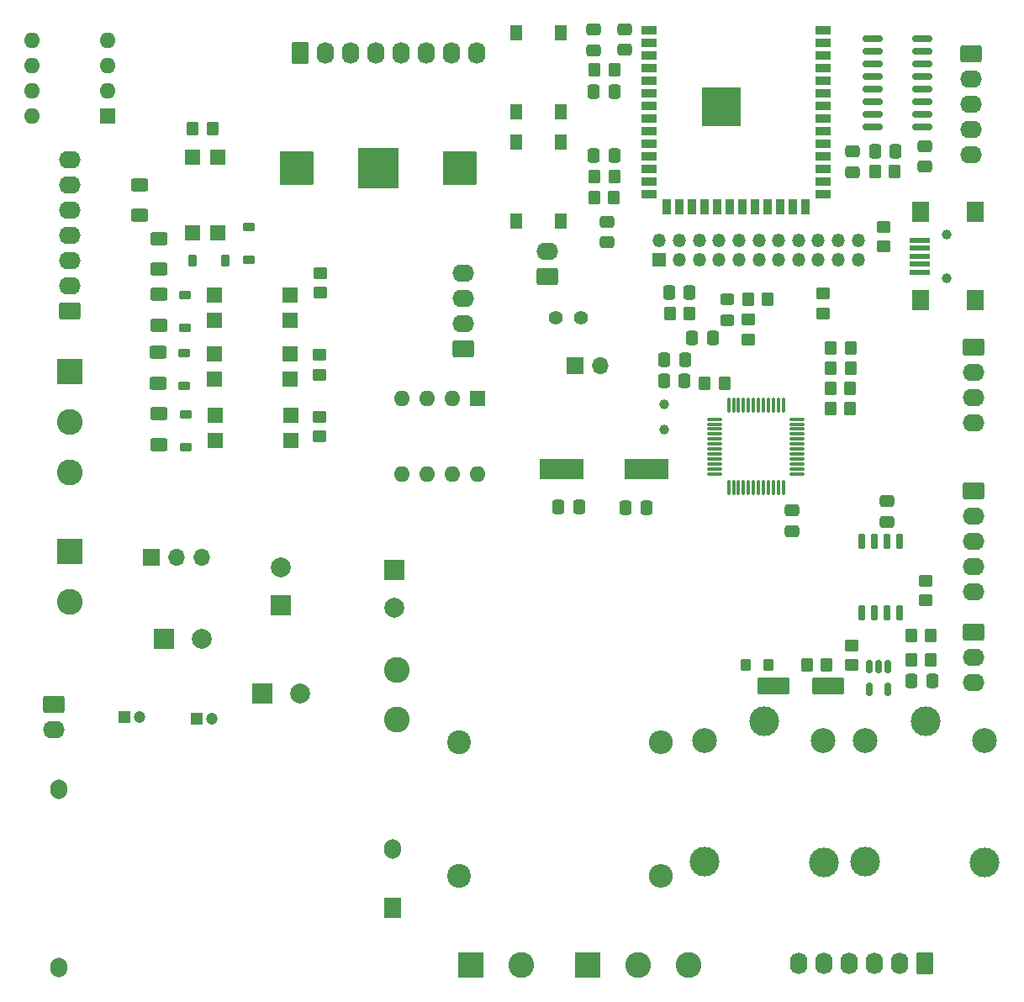
<source format=gbr>
%TF.GenerationSoftware,KiCad,Pcbnew,8.0.2-8.0.2-0~ubuntu22.04.1*%
%TF.CreationDate,2024-05-24T16:28:22+03:30*%
%TF.ProjectId,test,74657374-2e6b-4696-9361-645f70636258,rev?*%
%TF.SameCoordinates,Original*%
%TF.FileFunction,Soldermask,Top*%
%TF.FilePolarity,Negative*%
%FSLAX46Y46*%
G04 Gerber Fmt 4.6, Leading zero omitted, Abs format (unit mm)*
G04 Created by KiCad (PCBNEW 8.0.2-8.0.2-0~ubuntu22.04.1) date 2024-05-24 16:28:22*
%MOMM*%
%LPD*%
G01*
G04 APERTURE LIST*
G04 Aperture macros list*
%AMRoundRect*
0 Rectangle with rounded corners*
0 $1 Rounding radius*
0 $2 $3 $4 $5 $6 $7 $8 $9 X,Y pos of 4 corners*
0 Add a 4 corners polygon primitive as box body*
4,1,4,$2,$3,$4,$5,$6,$7,$8,$9,$2,$3,0*
0 Add four circle primitives for the rounded corners*
1,1,$1+$1,$2,$3*
1,1,$1+$1,$4,$5*
1,1,$1+$1,$6,$7*
1,1,$1+$1,$8,$9*
0 Add four rect primitives between the rounded corners*
20,1,$1+$1,$2,$3,$4,$5,0*
20,1,$1+$1,$4,$5,$6,$7,0*
20,1,$1+$1,$6,$7,$8,$9,0*
20,1,$1+$1,$8,$9,$2,$3,0*%
G04 Aperture macros list end*
%ADD10RoundRect,0.150000X0.150000X-0.650000X0.150000X0.650000X-0.150000X0.650000X-0.150000X-0.650000X0*%
%ADD11C,3.000000*%
%ADD12C,2.500000*%
%ADD13RoundRect,0.250000X0.337500X0.475000X-0.337500X0.475000X-0.337500X-0.475000X0.337500X-0.475000X0*%
%ADD14RoundRect,0.250000X0.350000X0.450000X-0.350000X0.450000X-0.350000X-0.450000X0.350000X-0.450000X0*%
%ADD15RoundRect,0.250000X-0.275000X-0.350000X0.275000X-0.350000X0.275000X0.350000X-0.275000X0.350000X0*%
%ADD16C,2.000000*%
%ADD17R,2.000000X2.000000*%
%ADD18RoundRect,0.250000X0.845000X-0.620000X0.845000X0.620000X-0.845000X0.620000X-0.845000X-0.620000X0*%
%ADD19O,2.190000X1.740000*%
%ADD20RoundRect,0.250000X0.450000X-0.350000X0.450000X0.350000X-0.450000X0.350000X-0.450000X-0.350000X0*%
%ADD21R,1.700000X2.000000*%
%ADD22O,1.700000X2.000000*%
%ADD23RoundRect,0.102000X-1.950000X-1.950000X1.950000X-1.950000X1.950000X1.950000X-1.950000X1.950000X0*%
%ADD24RoundRect,0.102000X-1.600000X-1.600000X1.600000X-1.600000X1.600000X1.600000X-1.600000X1.600000X0*%
%ADD25RoundRect,0.250000X0.620000X0.845000X-0.620000X0.845000X-0.620000X-0.845000X0.620000X-0.845000X0*%
%ADD26O,1.740000X2.190000*%
%ADD27RoundRect,0.250000X-0.845000X0.620000X-0.845000X-0.620000X0.845000X-0.620000X0.845000X0.620000X0*%
%ADD28R,1.300000X1.550000*%
%ADD29RoundRect,0.250000X-0.450000X0.350000X-0.450000X-0.350000X0.450000X-0.350000X0.450000X0.350000X0*%
%ADD30RoundRect,0.250000X-0.475000X0.337500X-0.475000X-0.337500X0.475000X-0.337500X0.475000X0.337500X0*%
%ADD31RoundRect,0.250000X-0.350000X-0.450000X0.350000X-0.450000X0.350000X0.450000X-0.350000X0.450000X0*%
%ADD32R,4.500000X2.000000*%
%ADD33R,1.600000X1.600000*%
%ADD34C,1.400000*%
%ADD35RoundRect,0.250000X0.475000X-0.337500X0.475000X0.337500X-0.475000X0.337500X-0.475000X-0.337500X0*%
%ADD36C,2.600000*%
%ADD37R,2.600000X2.600000*%
%ADD38RoundRect,0.225000X-0.375000X0.225000X-0.375000X-0.225000X0.375000X-0.225000X0.375000X0.225000X0*%
%ADD39C,2.400000*%
%ADD40O,2.400000X2.400000*%
%ADD41C,1.000000*%
%ADD42R,2.000000X0.500000*%
%ADD43RoundRect,0.150000X0.825000X0.150000X-0.825000X0.150000X-0.825000X-0.150000X0.825000X-0.150000X0*%
%ADD44RoundRect,0.250000X0.625000X-0.400000X0.625000X0.400000X-0.625000X0.400000X-0.625000X-0.400000X0*%
%ADD45RoundRect,0.250000X1.400000X0.600000X-1.400000X0.600000X-1.400000X-0.600000X1.400000X-0.600000X0*%
%ADD46RoundRect,0.225000X-0.225000X-0.375000X0.225000X-0.375000X0.225000X0.375000X-0.225000X0.375000X0*%
%ADD47RoundRect,0.250000X-0.337500X-0.475000X0.337500X-0.475000X0.337500X0.475000X-0.337500X0.475000X0*%
%ADD48R,1.200000X1.200000*%
%ADD49C,1.200000*%
%ADD50RoundRect,0.250000X-0.450000X0.325000X-0.450000X-0.325000X0.450000X-0.325000X0.450000X0.325000X0*%
%ADD51O,1.600000X1.600000*%
%ADD52RoundRect,0.250000X-0.625000X0.400000X-0.625000X-0.400000X0.625000X-0.400000X0.625000X0.400000X0*%
%ADD53R,1.700000X1.700000*%
%ADD54O,1.700000X1.700000*%
%ADD55R,1.500000X0.900000*%
%ADD56R,0.900000X1.500000*%
%ADD57C,0.600000*%
%ADD58R,3.900000X3.900000*%
%ADD59RoundRect,0.075000X-0.662500X-0.075000X0.662500X-0.075000X0.662500X0.075000X-0.662500X0.075000X0*%
%ADD60RoundRect,0.075000X-0.075000X-0.662500X0.075000X-0.662500X0.075000X0.662500X-0.075000X0.662500X0*%
%ADD61RoundRect,0.150000X-0.150000X0.512500X-0.150000X-0.512500X0.150000X-0.512500X0.150000X0.512500X0*%
%ADD62RoundRect,0.250000X-0.620000X-0.845000X0.620000X-0.845000X0.620000X0.845000X-0.620000X0.845000X0*%
%ADD63R,1.350000X1.350000*%
%ADD64O,1.350000X1.350000*%
G04 APERTURE END LIST*
D10*
%TO.C,flash1*%
X84995000Y-59740000D03*
X86265000Y-59740000D03*
X87535000Y-59740000D03*
X88805000Y-59740000D03*
X88805000Y-52540000D03*
X87535000Y-52540000D03*
X86265000Y-52540000D03*
X84995000Y-52540000D03*
%TD*%
D11*
%TO.C,relay2*%
X75210000Y-70640000D03*
D12*
X69160000Y-72590000D03*
D11*
X69160000Y-84790000D03*
X81210000Y-84840000D03*
D12*
X81160000Y-72590000D03*
%TD*%
D13*
%TO.C,clse2*%
X67187500Y-36340000D03*
X65112500Y-36340000D03*
%TD*%
D14*
%TO.C,rms2*%
X83900000Y-33100000D03*
X81900000Y-33100000D03*
%TD*%
D15*
%TO.C,L1*%
X73350000Y-65000000D03*
X75650000Y-65000000D03*
%TD*%
D16*
%TO.C,crs2*%
X18530000Y-62380000D03*
D17*
X14730000Y-62380000D03*
%TD*%
D18*
%TO.C,usb1*%
X53360000Y-25840000D03*
D19*
X53360000Y-23300000D03*
%TD*%
D20*
%TO.C,r8*%
X30500000Y-27500000D03*
X30500000Y-25500000D03*
%TD*%
D21*
%TO.C,PS1*%
X37757500Y-89487500D03*
D22*
X37757500Y-83487500D03*
X4157500Y-95487500D03*
X4157500Y-77487500D03*
%TD*%
D23*
%TO.C,BAT1*%
X36340000Y-14970000D03*
D24*
X44540000Y-14970000D03*
X28140000Y-14970000D03*
%TD*%
D25*
%TO.C,Relay Out*%
X91400000Y-95000000D03*
D26*
X88860000Y-95000000D03*
X86320000Y-95000000D03*
X83780000Y-95000000D03*
X81240000Y-95000000D03*
X78700000Y-95000000D03*
%TD*%
D18*
%TO.C,DIN*%
X5250000Y-29340000D03*
D19*
X5250000Y-26800000D03*
X5250000Y-24260000D03*
X5250000Y-21720000D03*
X5250000Y-19180000D03*
X5250000Y-16640000D03*
X5250000Y-14100000D03*
%TD*%
D17*
%TO.C,crs1*%
X24670000Y-67850000D03*
D16*
X28470000Y-67850000D03*
%TD*%
D14*
%TO.C,rres1*%
X67690000Y-29590000D03*
X65690000Y-29590000D03*
%TD*%
D27*
%TO.C,eprg1*%
X96000000Y-3420000D03*
D19*
X96000000Y-5960000D03*
X96000000Y-8500000D03*
X96000000Y-11040000D03*
X96000000Y-13580000D03*
%TD*%
D28*
%TO.C,SWB1*%
X50250000Y-20295000D03*
X50250000Y-12345000D03*
X54750000Y-20295000D03*
X54750000Y-12345000D03*
%TD*%
D14*
%TO.C,ra1*%
X92000000Y-64480000D03*
X90000000Y-64480000D03*
%TD*%
%TO.C,jadc1*%
X81500000Y-65000000D03*
X79500000Y-65000000D03*
%TD*%
D29*
%TO.C,r16*%
X30415000Y-39965000D03*
X30415000Y-41965000D03*
%TD*%
D30*
%TO.C,cf1*%
X87550000Y-48482500D03*
X87550000Y-50557500D03*
%TD*%
D31*
%TO.C,r14*%
X17652500Y-11005000D03*
X19652500Y-11005000D03*
%TD*%
D29*
%TO.C,rboot1*%
X73620000Y-30210000D03*
X73620000Y-32210000D03*
%TD*%
D32*
%TO.C,hse1*%
X63330000Y-45280000D03*
X54830000Y-45280000D03*
%TD*%
D33*
%TO.C,in6*%
X17642500Y-21435000D03*
X20182500Y-21435000D03*
X20182500Y-13815000D03*
X17642500Y-13815000D03*
%TD*%
D29*
%TO.C,i2c2*%
X81110000Y-27580000D03*
X81110000Y-29580000D03*
%TD*%
D34*
%TO.C,IO3S*%
X54250000Y-30000000D03*
X56790000Y-30000000D03*
%TD*%
D14*
%TO.C,ebp1*%
X88350000Y-15270000D03*
X86350000Y-15270000D03*
%TD*%
D29*
%TO.C,rf2*%
X91500000Y-56500000D03*
X91500000Y-58500000D03*
%TD*%
D35*
%TO.C,cch2*%
X91380000Y-14787500D03*
X91380000Y-12712500D03*
%TD*%
D36*
%TO.C,thermo*%
X5270000Y-58660000D03*
D37*
X5270000Y-53580000D03*
%TD*%
D38*
%TO.C,di4*%
X16885000Y-27692500D03*
X16885000Y-30992500D03*
%TD*%
D30*
%TO.C,cu1*%
X59400000Y-20332500D03*
X59400000Y-22407500D03*
%TD*%
D13*
%TO.C,cr1*%
X60097500Y-7230000D03*
X58022500Y-7230000D03*
%TD*%
D11*
%TO.C,relay1*%
X91420000Y-70670000D03*
D12*
X85370000Y-72620000D03*
D11*
X85370000Y-84820000D03*
X97420000Y-84870000D03*
D12*
X97370000Y-72620000D03*
%TD*%
D39*
%TO.C,rb2*%
X44480000Y-72770000D03*
D40*
X64800000Y-72770000D03*
%TD*%
D41*
%TO.C,espprg*%
X93595000Y-26010000D03*
X93595000Y-21610000D03*
D42*
X90895000Y-25410000D03*
X90895000Y-24610000D03*
X90895000Y-23810000D03*
X90895000Y-23010000D03*
X90895000Y-22210000D03*
D21*
X90995000Y-28260000D03*
X96445000Y-28260000D03*
X90995000Y-19360000D03*
X96445000Y-19360000D03*
%TD*%
D27*
%TO.C,stprg*%
X96290000Y-47440000D03*
D19*
X96290000Y-49980000D03*
X96290000Y-52520000D03*
X96290000Y-55060000D03*
X96290000Y-57600000D03*
%TD*%
D43*
%TO.C,CH340*%
X86150000Y-10830000D03*
X86150000Y-9560000D03*
X86150000Y-8290000D03*
X86150000Y-7020000D03*
X86150000Y-5750000D03*
X86150000Y-4480000D03*
X86150000Y-3210000D03*
X86150000Y-1940000D03*
X91100000Y-1940000D03*
X91100000Y-3210000D03*
X91100000Y-4480000D03*
X91100000Y-5750000D03*
X91100000Y-7020000D03*
X91100000Y-8290000D03*
X91100000Y-9560000D03*
X91100000Y-10830000D03*
%TD*%
D44*
%TO.C,r4*%
X14235000Y-30745000D03*
X14235000Y-27645000D03*
%TD*%
D17*
%TO.C,cr3*%
X26550000Y-58965354D03*
D16*
X26550000Y-55165354D03*
%TD*%
D45*
%TO.C,dz1*%
X81677500Y-67107831D03*
X76177500Y-67107831D03*
%TD*%
D20*
%TO.C,ra5*%
X84000000Y-65000000D03*
X84000000Y-63000000D03*
%TD*%
D31*
%TO.C,rled1*%
X69190000Y-36640000D03*
X71190000Y-36640000D03*
%TD*%
D46*
%TO.C,di6*%
X17640000Y-24220000D03*
X20940000Y-24220000D03*
%TD*%
D47*
%TO.C,cres1*%
X65632500Y-27510000D03*
X67707500Y-27510000D03*
%TD*%
D38*
%TO.C,di8*%
X16945000Y-39732500D03*
X16945000Y-43032500D03*
%TD*%
D48*
%TO.C,C2*%
X18040000Y-70390000D03*
D49*
X19540000Y-70390000D03*
%TD*%
D37*
%TO.C,220in1*%
X57410000Y-95230000D03*
D36*
X62490000Y-95230000D03*
X67570000Y-95230000D03*
%TD*%
D33*
%TO.C,in3*%
X19845000Y-33695000D03*
X19845000Y-36235000D03*
X27465000Y-36235000D03*
X27465000Y-33695000D03*
%TD*%
D31*
%TO.C,rms3*%
X81860000Y-39150000D03*
X83860000Y-39150000D03*
%TD*%
D13*
%TO.C,chse2*%
X56540000Y-49100000D03*
X54465000Y-49100000D03*
%TD*%
D35*
%TO.C,ce1*%
X61120000Y-3027500D03*
X61120000Y-952500D03*
%TD*%
D50*
%TO.C,D1*%
X71480000Y-28190000D03*
X71480000Y-30240000D03*
%TD*%
D33*
%TO.C,HS2*%
X46310000Y-38132500D03*
D51*
X43770000Y-38132500D03*
X41230000Y-38132500D03*
X38690000Y-38132500D03*
X38690000Y-45752500D03*
X41230000Y-45752500D03*
X43770000Y-45752500D03*
X46310000Y-45752500D03*
%TD*%
D28*
%TO.C,SWE1*%
X50250000Y-9255000D03*
X50250000Y-1305000D03*
X54750000Y-9255000D03*
X54750000Y-1305000D03*
%TD*%
D52*
%TO.C,r9*%
X14260000Y-22030000D03*
X14260000Y-25130000D03*
%TD*%
D33*
%TO.C,in8*%
X19885000Y-39805000D03*
X19885000Y-42345000D03*
X27505000Y-42345000D03*
X27505000Y-39805000D03*
%TD*%
D37*
%TO.C,acin1*%
X45615000Y-95180000D03*
D36*
X50695000Y-95180000D03*
%TD*%
D35*
%TO.C,crp1*%
X84120000Y-15337500D03*
X84120000Y-13262500D03*
%TD*%
D13*
%TO.C,cb1*%
X70017500Y-32060000D03*
X67942500Y-32060000D03*
%TD*%
D29*
%TO.C,ebp3*%
X87220000Y-20830000D03*
X87220000Y-22830000D03*
%TD*%
D38*
%TO.C,di3*%
X16820000Y-33590000D03*
X16820000Y-36890000D03*
%TD*%
D27*
%TO.C,OLED1*%
X96270000Y-32950000D03*
D19*
X96270000Y-35490000D03*
X96270000Y-38030000D03*
X96270000Y-40570000D03*
%TD*%
D30*
%TO.C,cm1*%
X78020000Y-49432500D03*
X78020000Y-51507500D03*
%TD*%
D53*
%TO.C,mcur1*%
X56125000Y-34820000D03*
D54*
X58665000Y-34820000D03*
%TD*%
D29*
%TO.C,r7*%
X30375000Y-33765000D03*
X30375000Y-35765000D03*
%TD*%
D44*
%TO.C,r12*%
X14245000Y-42765000D03*
X14245000Y-39665000D03*
%TD*%
D55*
%TO.C,U1*%
X63610000Y-1040000D03*
X63610000Y-2310000D03*
X63610000Y-3580000D03*
X63610000Y-4850000D03*
X63610000Y-6120000D03*
X63610000Y-7390000D03*
X63610000Y-8660000D03*
X63610000Y-9930000D03*
X63610000Y-11200000D03*
X63610000Y-12470000D03*
X63610000Y-13740000D03*
X63610000Y-15010000D03*
X63610000Y-16280000D03*
X63610000Y-17550000D03*
D56*
X65375000Y-18800000D03*
X66645000Y-18800000D03*
X67915000Y-18800000D03*
X69185000Y-18800000D03*
X70455000Y-18800000D03*
X71725000Y-18800000D03*
X72995000Y-18800000D03*
X74265000Y-18800000D03*
X75535000Y-18800000D03*
X76805000Y-18800000D03*
X78075000Y-18800000D03*
X79345000Y-18800000D03*
D55*
X81110000Y-17550000D03*
X81110000Y-16280000D03*
X81110000Y-15010000D03*
X81110000Y-13740000D03*
X81110000Y-12470000D03*
X81110000Y-11200000D03*
X81110000Y-9930000D03*
X81110000Y-8660000D03*
X81110000Y-7390000D03*
X81110000Y-6120000D03*
X81110000Y-4850000D03*
X81110000Y-3580000D03*
X81110000Y-2310000D03*
X81110000Y-1040000D03*
D57*
X69460000Y-8060000D03*
X69460000Y-9460000D03*
X70160000Y-7360000D03*
X70160000Y-8760000D03*
X70160000Y-10160000D03*
X70860000Y-8060000D03*
D58*
X70860000Y-8760000D03*
D57*
X70860000Y-9460000D03*
X71560000Y-7360000D03*
X71560000Y-8760000D03*
X71560000Y-10160000D03*
X72260000Y-8060000D03*
X72260000Y-9460000D03*
%TD*%
D38*
%TO.C,di5*%
X23340000Y-20880000D03*
X23340000Y-24180000D03*
%TD*%
D14*
%TO.C,rms1*%
X81900000Y-35100000D03*
X83900000Y-35100000D03*
%TD*%
D59*
%TO.C,mcu1*%
X70207500Y-40230000D03*
X70207500Y-40730000D03*
X70207500Y-41230000D03*
X70207500Y-41730000D03*
X70207500Y-42230000D03*
X70207500Y-42730000D03*
X70207500Y-43230000D03*
X70207500Y-43730000D03*
X70207500Y-44230000D03*
X70207500Y-44730000D03*
X70207500Y-45230000D03*
X70207500Y-45730000D03*
D60*
X71620000Y-47142500D03*
X72120000Y-47142500D03*
X72620000Y-47142500D03*
X73120000Y-47142500D03*
X73620000Y-47142500D03*
X74120000Y-47142500D03*
X74620000Y-47142500D03*
X75120000Y-47142500D03*
X75620000Y-47142500D03*
X76120000Y-47142500D03*
X76620000Y-47142500D03*
X77120000Y-47142500D03*
D59*
X78532500Y-45730000D03*
X78532500Y-45230000D03*
X78532500Y-44730000D03*
X78532500Y-44230000D03*
X78532500Y-43730000D03*
X78532500Y-43230000D03*
X78532500Y-42730000D03*
X78532500Y-42230000D03*
X78532500Y-41730000D03*
X78532500Y-41230000D03*
X78532500Y-40730000D03*
X78532500Y-40230000D03*
D60*
X77120000Y-38817500D03*
X76620000Y-38817500D03*
X76120000Y-38817500D03*
X75620000Y-38817500D03*
X75120000Y-38817500D03*
X74620000Y-38817500D03*
X74120000Y-38817500D03*
X73620000Y-38817500D03*
X73120000Y-38817500D03*
X72620000Y-38817500D03*
X72120000Y-38817500D03*
X71620000Y-38817500D03*
%TD*%
D13*
%TO.C,clse1*%
X67207500Y-34240000D03*
X65132500Y-34240000D03*
%TD*%
%TO.C,c4*%
X92097500Y-66620000D03*
X90022500Y-66620000D03*
%TD*%
D36*
%TO.C,L24*%
X38240000Y-65520000D03*
X38240000Y-70520000D03*
%TD*%
D61*
%TO.C,U4*%
X87672500Y-65162500D03*
X86722500Y-65162500D03*
X85772500Y-65162500D03*
X85772500Y-67437500D03*
X87672500Y-67437500D03*
%TD*%
D35*
%TO.C,ce2*%
X58000000Y-3087500D03*
X58000000Y-1012500D03*
%TD*%
D27*
%TO.C,24in*%
X3680000Y-68950000D03*
D19*
X3680000Y-71490000D03*
%TD*%
D33*
%TO.C,HS1*%
X9120000Y-9710000D03*
D51*
X9120000Y-7170000D03*
X9120000Y-4630000D03*
X9120000Y-2090000D03*
X1500000Y-2090000D03*
X1500000Y-4630000D03*
X1500000Y-7170000D03*
X1500000Y-9710000D03*
%TD*%
D33*
%TO.C,in4*%
X19875000Y-27705000D03*
X19875000Y-30245000D03*
X27495000Y-30245000D03*
X27495000Y-27705000D03*
%TD*%
D52*
%TO.C,r10*%
X12330000Y-16610000D03*
X12330000Y-19710000D03*
%TD*%
D47*
%TO.C,chse1*%
X61252500Y-49180000D03*
X63327500Y-49180000D03*
%TD*%
D31*
%TO.C,ra3*%
X90000000Y-62000000D03*
X92000000Y-62000000D03*
%TD*%
D62*
%TO.C,DDO1*%
X28440000Y-3380000D03*
D26*
X30980000Y-3380000D03*
X33520000Y-3380000D03*
X36060000Y-3380000D03*
X38600000Y-3380000D03*
X41140000Y-3380000D03*
X43680000Y-3380000D03*
X46220000Y-3380000D03*
%TD*%
D41*
%TO.C,lse1*%
X65160000Y-38700000D03*
X65160000Y-41240000D03*
%TD*%
D13*
%TO.C,cu2*%
X60117500Y-13710000D03*
X58042500Y-13710000D03*
%TD*%
D39*
%TO.C,rb1*%
X44480000Y-86220000D03*
D40*
X64800000Y-86220000D03*
%TD*%
D31*
%TO.C,i2c1*%
X73560000Y-28160000D03*
X75560000Y-28160000D03*
%TD*%
D17*
%TO.C,cr2*%
X37980000Y-55430000D03*
D16*
X37980000Y-59230000D03*
%TD*%
D37*
%TO.C,modbus*%
X5290000Y-35410000D03*
D36*
X5290000Y-40490000D03*
X5290000Y-45570000D03*
%TD*%
D14*
%TO.C,ru1*%
X60090000Y-17940000D03*
X58090000Y-17940000D03*
%TD*%
D31*
%TO.C,er1*%
X58100000Y-5060000D03*
X60100000Y-5060000D03*
%TD*%
D13*
%TO.C,cch1*%
X88437500Y-13210000D03*
X86362500Y-13210000D03*
%TD*%
D44*
%TO.C,r3*%
X14125000Y-36625000D03*
X14125000Y-33525000D03*
%TD*%
D63*
%TO.C,espio1*%
X64660000Y-24210000D03*
D64*
X64660000Y-22210000D03*
X66660000Y-24210000D03*
X66660000Y-22210000D03*
X68660000Y-24210000D03*
X68660000Y-22210000D03*
X70660000Y-24210000D03*
X70660000Y-22210000D03*
X72660000Y-24210000D03*
X72660000Y-22210000D03*
X74660000Y-24210000D03*
X74660000Y-22210000D03*
X76660000Y-24210000D03*
X76660000Y-22210000D03*
X78660000Y-24210000D03*
X78660000Y-22210000D03*
X80660000Y-24210000D03*
X80660000Y-22210000D03*
X82660000Y-24210000D03*
X82660000Y-22210000D03*
X84660000Y-24210000D03*
X84660000Y-22210000D03*
%TD*%
D27*
%TO.C,AIN1*%
X96330000Y-61670000D03*
D19*
X96330000Y-64210000D03*
X96330000Y-66750000D03*
%TD*%
D18*
%TO.C,iso5*%
X44900000Y-33180000D03*
D19*
X44900000Y-30640000D03*
X44900000Y-28100000D03*
X44900000Y-25560000D03*
%TD*%
D53*
%TO.C,pwrsel*%
X13495000Y-54150000D03*
D54*
X16035000Y-54150000D03*
X18575000Y-54150000D03*
%TD*%
D14*
%TO.C,ru2*%
X60100000Y-15770000D03*
X58100000Y-15770000D03*
%TD*%
D48*
%TO.C,C1*%
X10770000Y-70230000D03*
D49*
X12270000Y-70230000D03*
%TD*%
D31*
%TO.C,rms4*%
X81880000Y-37110000D03*
X83880000Y-37110000D03*
%TD*%
M02*

</source>
